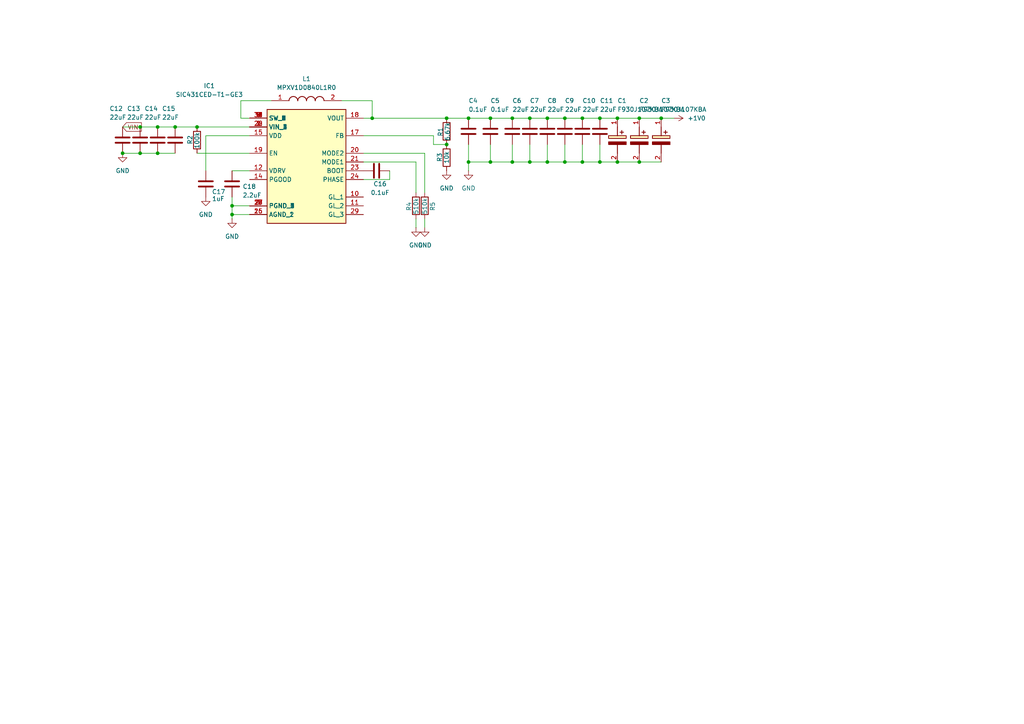
<source format=kicad_sch>
(kicad_sch (version 20250114) (generator "eeschema") (generator_version "9.0")
  (paper "A4")
  (lib_symbols
    (symbol "Device:C" (pin_numbers (hide yes)) (pin_names (offset 0.254))
      (property "Reference" "C" (at 0.635 2.54 0))
      (property "Value" "C" (at 0.635 -2.54 0))
      (symbol "C_0_1"
        (polyline (pts (xy -2.032 0.762) (xy 2.032 0.762)) (stroke (width 0.508)))
        (polyline (pts (xy -2.032 -0.762) (xy 2.032 -0.762)) (stroke (width 0.508)))
      )
      (symbol "C_1_1"
        (pin passive line (at 0 3.81 270) (length 2.794) (name "~") (number "1"))
        (pin passive line (at 0 -3.81 90) (length 2.794) (name "~") (number "2"))
      )
    )
    (symbol "Device:R" (pin_numbers (hide yes)) (pin_names (offset 0))
      (property "Reference" "R" (at 2.032 0 90))
      (property "Value" "R" (at 0 0 90))
      (symbol "R_0_1"
        (rectangle (start -1.016 -2.54) (end 1.016 2.54) (stroke (width 0.254)))
      )
      (symbol "R_1_1"
        (pin passive line (at 0 3.81 270) (length 1.27) (name "~") (number "1"))
        (pin passive line (at 0 -3.81 90) (length 1.27) (name "~") (number "2"))
      )
    )
    (symbol "power:+1V0" (power) (pin_numbers (hide yes)) (pin_names (offset 0) (hide yes))
      (property "Value" "+1V0" (at 0 3.556 0))
      (symbol "+1V0_0_1"
        (polyline (pts (xy -0.762 1.27) (xy 0 2.54)))
        (polyline (pts (xy 0 2.54) (xy 0.762 1.27)))
        (polyline (pts (xy 0 0) (xy 0 2.54)))
      )
      (symbol "+1V0_1_1"
        (pin power_in line (at 0 0 90) (length 0) (name "~") (number "1"))
      )
    )
    (symbol "power:GND" (power) (pin_numbers (hide yes)) (pin_names (offset 0) (hide yes))
      (property "Value" "GND" (at 0 -3.81 0))
      (symbol "GND_0_1"
        (polyline (pts (xy 0 0) (xy 0 -1.27) (xy 1.27 -1.27) (xy 0 -2.54) (xy -1.27 -1.27) (xy 0 -1.27)))
      )
      (symbol "GND_1_1"
        (pin power_in line (at 0 0 270) (length 0) (name "~") (number "1"))
      )
    )
    (symbol "wiiu-reg:F930J107KBA" (pin_names (hide yes))
      (property "Reference" "C" (at 8.89 6.35 0))
      (property "Value" "F930J107KBA" (at 8.89 3.81 0))
      (symbol "F930J107KBA_1_1"
        (polyline (pts (xy 2.54 0) (xy 5.08 0)) (stroke (width 0.254)))
        (polyline (pts (xy 4.064 1.778) (xy 4.064 0.762)) (stroke (width 0.254)))
        (polyline (pts (xy 4.572 1.27) (xy 3.556 1.27)) (stroke (width 0.254)))
        (rectangle (start 5.08 2.54) (end 5.842 -2.54) (stroke (width 0.254)) (fill (type background)))
        (polyline (pts (xy 7.62 2.54) (xy 7.62 -2.54) (xy 6.858 -2.54) (xy 6.858 2.54) (xy 7.62 2.54)) (stroke (width 0.254)) (fill (type outline)))
        (polyline (pts (xy 7.62 0) (xy 10.16 0)) (stroke (width 0.254)))
        (pin passive line (at 0 0 0) (length 2.54) (name "+") (number "1"))
        (pin passive line (at 12.7 0 180) (length 2.54) (name "-") (number "2"))
      )
    )
    (symbol "wiiu-reg:MPXV1D0840L1R0" (pin_names (hide yes))
      (property "Reference" "L" (at 2.54 7.112 0))
      (property "Value" "MPXV1D0840L1R0" (at 2.54 4.572 0))
      (symbol "MPXV1D0840L1R0_1_1"
        (arc (start 5.08 0) (mid 6.35 1.219) (end 7.62 0) (stroke (width 0.254)))
        (arc (start 7.62 0) (mid 8.89 1.219) (end 10.16 0) (stroke (width 0.254)))
        (arc (start 10.16 0) (mid 11.43 1.219) (end 12.7 0) (stroke (width 0.254)))
        (arc (start 12.7 0) (mid 13.97 1.219) (end 15.24 0) (stroke (width 0.254)))
        (pin passive line (at 0 0 0) (length 5.08) (name "1") (number "1"))
        (pin passive line (at 20.32 0 180) (length 5.08) (name "2") (number "2"))
      )
    )
    (symbol "wiiu-reg:SIC431CED-T1-GE3"
      (property "Reference" "IC" (at 6.604 7.62 0))
      (property "Value" "SIC431CED-T1-GE3" (at 6.604 5.08 0))
      (symbol "SIC431CED-T1-GE3_1_1"
        (rectangle (start 5.08 2.54) (end 27.94 -30.48) (stroke (width 0.254)) (fill (type background)))
        (pin passive line (at 0 0 0) (length 5.08) (name "SW_6") (number "30"))
        (pin passive line (at 0 0 0) (length 5.08) (name "SW_7") (number "31"))
        (pin passive line (at 0 0 0) (length 5.08) (name "SW_8") (number "32"))
        (pin passive line (at 0 0 0) (length 5.08) (name "SW_9") (number "33"))
        (pin passive line (at 0 0 0) (length 5.08) (name "SW_1") (number "5"))
        (pin passive line (at 0 0 0) (length 5.08) (name "SW_2") (number "6"))
        (pin passive line (at 0 0 0) (length 5.08) (name "SW_3") (number "7"))
        (pin passive line (at 0 0 0) (length 5.08) (name "SW_4") (number "8"))
        (pin passive line (at 0 0 0) (length 5.08) (name "SW_5") (number "9"))
        (pin passive line (at 0 -2.54 0) (length 5.08) (name "VIN_1") (number "1"))
        (pin passive line (at 0 -2.54 0) (length 5.08) (name "VIN_2") (number "2"))
        (pin passive line (at 0 -2.54 0) (length 5.08) (name "VIN_3") (number "22"))
        (pin passive line (at 0 -2.54 0) (length 5.08) (name "VIN_4") (number "26"))
        (pin passive line (at 0 -5.08 0) (length 5.08) (name "VDD") (number "15"))
        (pin passive line (at 0 -10.16 0) (length 5.08) (name "EN") (number "19"))
        (pin passive line (at 0 -15.24 0) (length 5.08) (name "VDRV") (number "12"))
        (pin passive line (at 0 -17.78 0) (length 5.08) (name "PGOOD") (number "14"))
        (pin passive line (at 0 -25.4 0) (length 5.08) (name "PGND_3") (number "13"))
        (pin passive line (at 0 -25.4 0) (length 5.08) (name "PGND_4") (number "27"))
        (pin passive line (at 0 -25.4 0) (length 5.08) (name "PGND_5") (number "28"))
        (pin passive line (at 0 -25.4 0) (length 5.08) (name "PGND_1") (number "3"))
        (pin passive line (at 0 -25.4 0) (length 5.08) (name "PGND_2") (number "4"))
        (pin passive line (at 0 -27.94 0) (length 5.08) (name "AGND_1") (number "16"))
        (pin passive line (at 0 -27.94 0) (length 5.08) (name "AGND_2") (number "25"))
        (pin passive line (at 33.02 0 180) (length 5.08) (name "VOUT") (number "18"))
        (pin passive line (at 33.02 -5.08 180) (length 5.08) (name "FB") (number "17"))
        (pin passive line (at 33.02 -10.16 180) (length 5.08) (name "MODE2") (number "20"))
        (pin passive line (at 33.02 -12.7 180) (length 5.08) (name "MODE1") (number "21"))
        (pin passive line (at 33.02 -15.24 180) (length 5.08) (name "BOOT") (number "23"))
        (pin passive line (at 33.02 -17.78 180) (length 5.08) (name "PHASE") (number "24"))
        (pin passive line (at 33.02 -22.86 180) (length 5.08) (name "GL_1") (number "10"))
        (pin passive line (at 33.02 -25.4 180) (length 5.08) (name "GL_2") (number "11"))
        (pin passive line (at 33.02 -27.94 180) (length 5.08) (name "GL_3") (number "29"))
      )
    )
  )
  (junction (at 191.77 34.29))
  (junction (at 173.99 34.29))
  (junction (at 129.54 34.29))
  (junction (at 129.54 41.91))
  (junction (at 40.64 44.45))
  (junction (at 35.56 44.45))
  (junction (at 185.42 46.99))
  (junction (at 107.95 34.29))
  (junction (at 185.42 34.29))
  (junction (at 153.67 34.29))
  (junction (at 179.07 34.29))
  (junction (at 153.67 46.99))
  (junction (at 168.91 46.99))
  (junction (at 45.72 36.83))
  (junction (at 168.91 34.29))
  (junction (at 67.31 62.23))
  (junction (at 173.99 46.99))
  (junction (at 57.15 36.83))
  (junction (at 135.89 34.29))
  (junction (at 45.72 44.45))
  (junction (at 158.75 46.99))
  (junction (at 142.24 34.29))
  (junction (at 67.31 59.69))
  (junction (at 179.07 46.99))
  (junction (at 50.8 36.83))
  (junction (at 148.59 46.99))
  (junction (at 158.75 34.29))
  (junction (at 40.64 36.83))
  (junction (at 135.89 46.99))
  (junction (at 142.24 46.99))
  (junction (at 148.59 34.29))
  (junction (at 163.83 34.29))
  (junction (at 163.83 46.99))
  (wire (pts (xy 125.73 39.37) (xy 125.73 41.91)))
  (wire (pts (xy 142.24 41.91) (xy 142.24 46.99)))
  (wire (pts (xy 158.75 34.29) (xy 163.83 34.29)))
  (wire (pts (xy 135.89 34.29) (xy 142.24 34.29)))
  (wire (pts (xy 57.15 36.83) (xy 72.39 36.83)))
  (wire (pts (xy 105.41 52.07) (xy 113.03 52.07)))
  (wire (pts (xy 67.31 49.53) (xy 72.39 49.53)))
  (wire (pts (xy 67.31 62.23) (xy 67.31 59.69)))
  (wire (pts (xy 72.39 39.37) (xy 59.69 39.37)))
  (wire (pts (xy 120.65 46.99) (xy 120.65 55.88)))
  (wire (pts (xy 135.89 49.53) (xy 135.89 46.99)))
  (wire (pts (xy 40.64 44.45) (xy 45.72 44.45)))
  (wire (pts (xy 113.03 52.07) (xy 113.03 49.53)))
  (wire (pts (xy 67.31 57.15) (xy 67.31 59.69)))
  (wire (pts (xy 148.59 41.91) (xy 148.59 46.99)))
  (wire (pts (xy 107.95 29.21) (xy 107.95 34.29)))
  (wire (pts (xy 153.67 34.29) (xy 158.75 34.29)))
  (wire (pts (xy 163.83 41.91) (xy 163.83 46.99)))
  (wire (pts (xy 125.73 41.91) (xy 129.54 41.91)))
  (wire (pts (xy 50.8 36.83) (xy 57.15 36.83)))
  (wire (pts (xy 45.72 44.45) (xy 50.8 44.45)))
  (wire (pts (xy 123.19 63.5) (xy 123.19 66.04)))
  (wire (pts (xy 69.85 29.21) (xy 78.74 29.21)))
  (wire (pts (xy 135.89 46.99) (xy 142.24 46.99)))
  (wire (pts (xy 67.31 59.69) (xy 72.39 59.69)))
  (wire (pts (xy 191.77 34.29) (xy 195.58 34.29)))
  (wire (pts (xy 105.41 39.37) (xy 125.73 39.37)))
  (wire (pts (xy 105.41 46.99) (xy 120.65 46.99)))
  (wire (pts (xy 148.59 34.29) (xy 153.67 34.29)))
  (wire (pts (xy 35.56 36.83) (xy 40.64 36.83)))
  (wire (pts (xy 168.91 46.99) (xy 173.99 46.99)))
  (wire (pts (xy 45.72 36.83) (xy 50.8 36.83)))
  (wire (pts (xy 99.06 29.21) (xy 107.95 29.21)))
  (wire (pts (xy 120.65 63.5) (xy 120.65 66.04)))
  (wire (pts (xy 158.75 46.99) (xy 163.83 46.99)))
  (wire (pts (xy 163.83 34.29) (xy 168.91 34.29)))
  (wire (pts (xy 173.99 41.91) (xy 173.99 46.99)))
  (wire (pts (xy 168.91 41.91) (xy 168.91 46.99)))
  (wire (pts (xy 69.85 34.29) (xy 69.85 29.21)))
  (wire (pts (xy 67.31 62.23) (xy 67.31 63.5)))
  (wire (pts (xy 148.59 46.99) (xy 153.67 46.99)))
  (wire (pts (xy 173.99 46.99) (xy 179.07 46.99)))
  (wire (pts (xy 179.07 46.99) (xy 185.42 46.99)))
  (wire (pts (xy 185.42 46.99) (xy 191.77 46.99)))
  (wire (pts (xy 107.95 34.29) (xy 129.54 34.29)))
  (wire (pts (xy 107.95 34.29) (xy 105.41 34.29)))
  (wire (pts (xy 59.69 39.37) (xy 59.69 49.53)))
  (wire (pts (xy 153.67 41.91) (xy 153.67 46.99)))
  (wire (pts (xy 185.42 34.29) (xy 191.77 34.29)))
  (wire (pts (xy 123.19 44.45) (xy 123.19 55.88)))
  (wire (pts (xy 173.99 34.29) (xy 179.07 34.29)))
  (wire (pts (xy 142.24 46.99) (xy 148.59 46.99)))
  (wire (pts (xy 40.64 36.83) (xy 45.72 36.83)))
  (wire (pts (xy 69.85 34.29) (xy 72.39 34.29)))
  (wire (pts (xy 129.54 34.29) (xy 135.89 34.29)))
  (wire (pts (xy 179.07 34.29) (xy 185.42 34.29)))
  (wire (pts (xy 168.91 34.29) (xy 173.99 34.29)))
  (wire (pts (xy 72.39 62.23) (xy 67.31 62.23)))
  (wire (pts (xy 158.75 41.91) (xy 158.75 46.99)))
  (wire (pts (xy 153.67 46.99) (xy 158.75 46.99)))
  (wire (pts (xy 57.15 44.45) (xy 72.39 44.45)))
  (wire (pts (xy 163.83 46.99) (xy 168.91 46.99)))
  (wire (pts (xy 105.41 44.45) (xy 123.19 44.45)))
  (wire (pts (xy 135.89 41.91) (xy 135.89 46.99)))
  (wire (pts (xy 35.56 44.45) (xy 40.64 44.45)))
  (wire (pts (xy 142.24 34.29) (xy 148.59 34.29)))
  (global_label "VIN" (shape input) (at 35.56 36.83 0) (property "Intersheetrefs" "${INTERSHEET_REFS}" (effects (hide yes))))
  (symbol (lib_id "Device:C") (at 45.72 40.64 0) (unit 1)
    (property "Reference" "C14" (at 41.91 31.496 0) (effects (justify left)))
    (property "Value" "22uF" (at 41.91 34.036 0) (effects (justify left)))
    (property "Footprint" "Capacitor_SMD:C_0603_1608Metric" (effects (hide yes)))
    (property "Description" "Unpolarized capacitor" (effects (hide yes)))
  )
  (symbol (lib_id "power:+1V0") (at 195.58 34.29 270) (unit 1)
    (property "Reference" "#PWR01" (effects (hide yes)))
    (property "Value" "+1V0" (at 199.39 34.2899 90) (effects (justify left)))
    (property "Description" "Power symbol creates a global label with name \"+1V0\"" (effects (hide yes)))
  )
  (symbol (lib_id "power:GND") (at 123.19 66.04 0) (unit 1)
    (property "Reference" "#PWR08" (effects (hide yes)))
    (property "Value" "GND" (at 123.19 71.12 0))
    (property "Description" "Power symbol creates a global label with name \"GND\" , ground" (effects (hide yes)))
  )
  (symbol (lib_id "power:GND") (at 59.69 57.15 0) (unit 1)
    (property "Reference" "#PWR05" (effects (hide yes)))
    (property "Value" "GND" (at 59.69 62.23 0))
    (property "Description" "Power symbol creates a global label with name \"GND\" , ground" (effects (hide yes)))
  )
  (symbol (lib_id "Device:C") (at 109.22 49.53 90) (unit 1)
    (property "Reference" "C16" (at 110.236 53.34 90))
    (property "Value" "0.1uF" (at 110.236 55.88 90))
    (property "Footprint" "Capacitor_SMD:C_0402_1005Metric" (effects (hide yes)))
    (property "Description" "Unpolarized capacitor" (effects (hide yes)))
  )
  (symbol (lib_id "Device:R") (at 129.54 45.72 0) (unit 1)
    (property "Reference" "R3" (at 127.508 46.99 90) (effects (justify left)))
    (property "Value" "10k" (at 129.54 47.498 90) (effects (justify left)))
    (property "Footprint" "Resistor_SMD:R_0402_1005Metric" (effects (hide yes)))
    (property "Description" "Resistor" (effects (hide yes)))
  )
  (symbol (lib_id "Device:C") (at 50.8 40.64 0) (unit 1)
    (property "Reference" "C15" (at 46.99 31.496 0) (effects (justify left)))
    (property "Value" "22uF" (at 46.99 34.036 0) (effects (justify left)))
    (property "Footprint" "Capacitor_SMD:C_0603_1608Metric" (effects (hide yes)))
    (property "Description" "Unpolarized capacitor" (effects (hide yes)))
  )
  (symbol (lib_id "Device:C") (at 158.75 38.1 0) (unit 1)
    (property "Reference" "C8" (at 158.75 29.21 0) (effects (justify left)))
    (property "Value" "22uF" (at 158.75 31.75 0) (effects (justify left)))
    (property "Footprint" "Capacitor_SMD:C_0603_1608Metric" (effects (hide yes)))
    (property "Description" "Unpolarized capacitor" (effects (hide yes)))
  )
  (symbol (lib_id "Device:C") (at 148.59 38.1 0) (unit 1)
    (property "Reference" "C6" (at 148.59 29.21 0) (effects (justify left)))
    (property "Value" "22uF" (at 148.59 31.75 0) (effects (justify left)))
    (property "Footprint" "Capacitor_SMD:C_0603_1608Metric" (effects (hide yes)))
    (property "Description" "Unpolarized capacitor" (effects (hide yes)))
  )
  (symbol (lib_id "Device:C") (at 135.89 38.1 0) (unit 1)
    (property "Reference" "C4" (at 135.89 29.21 0) (effects (justify left)))
    (property "Value" "0.1uF" (at 135.89 31.75 0) (effects (justify left)))
    (property "Footprint" "Capacitor_SMD:C_0402_1005Metric" (effects (hide yes)))
    (property "Description" "Unpolarized capacitor" (effects (hide yes)))
  )
  (symbol (lib_id "Device:C") (at 153.67 38.1 0) (unit 1)
    (property "Reference" "C7" (at 153.67 29.21 0) (effects (justify left)))
    (property "Value" "22uF" (at 153.67 31.75 0) (effects (justify left)))
    (property "Footprint" "Capacitor_SMD:C_0603_1608Metric" (effects (hide yes)))
    (property "Description" "Unpolarized capacitor" (effects (hide yes)))
  )
  (symbol (lib_id "Device:R") (at 123.19 59.69 0) (unit 1)
    (property "Reference" "R5" (at 125.476 61.214 90) (effects (justify left)))
    (property "Value" "510k" (at 123.19 62.23 90) (effects (justify left)))
    (property "Footprint" "Resistor_SMD:R_0402_1005Metric" (effects (hide yes)))
    (property "Description" "Resistor" (effects (hide yes)))
  )
  (symbol (lib_id "power:GND") (at 135.89 49.53 0) (unit 1)
    (property "Reference" "#PWR04" (effects (hide yes)))
    (property "Value" "GND" (at 135.89 54.61 0))
    (property "Description" "Power symbol creates a global label with name \"GND\" , ground" (effects (hide yes)))
  )
  (symbol (lib_id "Device:C") (at 59.69 53.34 0) (unit 1)
    (property "Reference" "C17" (at 61.468 55.626 0) (effects (justify left)))
    (property "Value" "1uF" (at 61.468 57.658 0) (effects (justify left)))
    (property "Footprint" "Capacitor_SMD:C_0402_1005Metric" (effects (hide yes)))
    (property "Description" "Unpolarized capacitor" (effects (hide yes)))
  )
  (symbol (lib_id "power:GND") (at 120.65 66.04 0) (unit 1)
    (property "Reference" "#PWR07" (effects (hide yes)))
    (property "Value" "GND" (at 120.65 71.12 0))
    (property "Description" "Power symbol creates a global label with name \"GND\" , ground" (effects (hide yes)))
  )
  (symbol (lib_id "wiiu-reg:SIC431CED-T1-GE3") (at 72.39 34.29 0) (unit 1)
    (property "Reference" "IC1" (at 60.706 24.892 0))
    (property "Value" "SIC431CED-T1-GE3" (at 60.706 27.432 0))
    (property "Footprint" "SIC431CEDT1GE3" (effects (hide yes)))
    (property "Datasheet" "https://www.vishay.com/docs/74589/sic431.pdf" (effects (hide yes)))
    (property "Description" "Switching Voltage Regulators microBUCK 4.5-55V; 20A" (effects (hide yes)))
    (property "Height" "0.8" (effects (hide yes)))
    (property "Mouser Part Number" "78-SIC431CED-T1-GE3" (effects (hide yes)))
    (property "Mouser Price/Stock" "https://www.mouser.co.uk/ProductDetail/Vishay-Siliconix/SIC431CED-T1-GE3?qs=w%2Fv1CP2dgqqOLTwelPFnAg%3D%3D" (effects (hide yes)))
    (property "Manufacturer_Name" "Vishay" (effects (hide yes)))
    (property "Manufacturer_Part_Number" "SIC431CED-T1-GE3" (effects (hide yes)))
  )
  (symbol (lib_id "wiiu-reg:F930J107KBA") (at 179.07 34.29 270) (unit 1)
    (property "Reference" "C1" (at 179.07 29.21 90) (effects (justify left)))
    (property "Value" "F930J107KBA" (at 179.07 31.75 90) (effects (justify left)))
    (property "Footprint" "wiiu-reg:F930J107KBA" (effects (hide yes)))
    (property "Datasheet" "http://datasheets.avx.com/F93.pdf" (effects (hide yes)))
    (property "Description" "AVX 100uF 6.3 V Tantalum Capacitor Electrolytic Solid F93 Series" (effects (hide yes)))
    (property "Height" "2.1" (effects (hide yes)))
    (property "Mouser Part Number" "647-F930J107KBA" (effects (hide yes)))
    (property "Mouser Price/Stock" "https://www.mouser.co.uk/ProductDetail/AVX/F930J107KBA/?qs=a5AWWN0nKwZJCzViS%2FKXGw%3D%3D" (effects (hide yes)))
    (property "Manufacturer_Name" "Kyocera AVX" (effects (hide yes)))
    (property "Manufacturer_Part_Number" "F930J107KBA" (effects (hide yes)))
  )
  (symbol (lib_id "Device:C") (at 67.31 53.34 0) (unit 1)
    (property "Reference" "C18" (at 70.358 54.102 0) (effects (justify left)))
    (property "Value" "2.2uF" (at 70.358 56.642 0) (effects (justify left)))
    (property "Footprint" "Capacitor_SMD:C_0402_1005Metric" (effects (hide yes)))
    (property "Description" "Unpolarized capacitor" (effects (hide yes)))
  )
  (symbol (lib_id "wiiu-reg:MPXV1D0840L1R0") (at 78.74 29.21 0) (unit 1)
    (property "Reference" "L1" (at 88.9 22.86 0))
    (property "Value" "MPXV1D0840L1R0" (at 88.9 25.4 0))
    (property "Footprint" "wiiu-reg:MPXV1D0840L1R0" (effects (hide yes)))
    (property "Datasheet" "https://content.kemet.com/datasheets/KEM_L9013_MPXV.pdf" (effects (hide yes)))
    (property "Description" "KEMET, MPXV, Power, 1 uH, 20%, 155C, -55C, 0840(3431), 20.8 A, 4.2 mOhms, 40 MHz, 1000, 8.65mm, 8.9mm, 8mm, 8.2mm, 4mm, 4mm" (effects (hide yes)))
    (property "Height" "4" (effects (hide yes)))
    (property "Manufacturer_Name" "KEMET" (effects (hide yes)))
    (property "Manufacturer_Part_Number" "MPXV1D0840L1R0" (effects (hide yes)))
  )
  (symbol (lib_id "Device:C") (at 142.24 38.1 0) (unit 1)
    (property "Reference" "C5" (at 142.24 29.21 0) (effects (justify left)))
    (property "Value" "0.1uF" (at 142.24 31.75 0) (effects (justify left)))
    (property "Footprint" "Capacitor_SMD:C_0402_1005Metric" (effects (hide yes)))
    (property "Description" "Unpolarized capacitor" (effects (hide yes)))
  )
  (symbol (lib_id "Device:C") (at 40.64 40.64 0) (unit 1)
    (property "Reference" "C13" (at 36.83 31.496 0) (effects (justify left)))
    (property "Value" "22uF" (at 36.83 34.036 0) (effects (justify left)))
    (property "Footprint" "Capacitor_SMD:C_0603_1608Metric" (effects (hide yes)))
    (property "Description" "Unpolarized capacitor" (effects (hide yes)))
  )
  (symbol (lib_id "Device:R") (at 120.65 59.69 0) (unit 1)
    (property "Reference" "R4" (at 118.618 61.214 90) (effects (justify left)))
    (property "Value" "510k" (at 120.65 62.23 90) (effects (justify left)))
    (property "Footprint" "Resistor_SMD:R_0402_1005Metric" (effects (hide yes)))
    (property "Description" "Resistor" (effects (hide yes)))
  )
  (symbol (lib_id "wiiu-reg:F930J107KBA") (at 191.77 34.29 270) (unit 1)
    (property "Reference" "C3" (at 191.77 29.21 90) (effects (justify left)))
    (property "Value" "F930J107KBA" (at 191.77 31.75 90) (effects (justify left)))
    (property "Footprint" "wiiu-reg:F930J107KBA" (effects (hide yes)))
    (property "Datasheet" "http://datasheets.avx.com/F93.pdf" (effects (hide yes)))
    (property "Description" "AVX 100uF 6.3 V Tantalum Capacitor Electrolytic Solid F93 Series" (effects (hide yes)))
    (property "Height" "2.1" (effects (hide yes)))
    (property "Mouser Part Number" "647-F930J107KBA" (effects (hide yes)))
    (property "Mouser Price/Stock" "https://www.mouser.co.uk/ProductDetail/AVX/F930J107KBA/?qs=a5AWWN0nKwZJCzViS%2FKXGw%3D%3D" (effects (hide yes)))
    (property "Manufacturer_Name" "Kyocera AVX" (effects (hide yes)))
    (property "Manufacturer_Part_Number" "F930J107KBA" (effects (hide yes)))
  )
  (symbol (lib_id "wiiu-reg:F930J107KBA") (at 185.42 34.29 270) (unit 1)
    (property "Reference" "C2" (at 185.42 29.21 90) (effects (justify left)))
    (property "Value" "F930J107KBA" (at 185.42 31.75 90) (effects (justify left)))
    (property "Footprint" "wiiu-reg:F930J107KBA" (effects (hide yes)))
    (property "Datasheet" "http://datasheets.avx.com/F93.pdf" (effects (hide yes)))
    (property "Description" "AVX 100uF 6.3 V Tantalum Capacitor Electrolytic Solid F93 Series" (effects (hide yes)))
    (property "Height" "2.1" (effects (hide yes)))
    (property "Mouser Part Number" "647-F930J107KBA" (effects (hide yes)))
    (property "Mouser Price/Stock" "https://www.mouser.co.uk/ProductDetail/AVX/F930J107KBA/?qs=a5AWWN0nKwZJCzViS%2FKXGw%3D%3D" (effects (hide yes)))
    (property "Manufacturer_Name" "Kyocera AVX" (effects (hide yes)))
    (property "Manufacturer_Part_Number" "F930J107KBA" (effects (hide yes)))
  )
  (symbol (lib_id "Device:C") (at 168.91 38.1 0) (unit 1)
    (property "Reference" "C10" (at 168.91 29.21 0) (effects (justify left)))
    (property "Value" "22uF" (at 168.91 31.75 0) (effects (justify left)))
    (property "Footprint" "Capacitor_SMD:C_0603_1608Metric" (effects (hide yes)))
    (property "Description" "Unpolarized capacitor" (effects (hide yes)))
  )
  (symbol (lib_id "power:GND") (at 67.31 63.5 0) (unit 1)
    (property "Reference" "#PWR06" (effects (hide yes)))
    (property "Value" "GND" (at 67.31 68.58 0))
    (property "Description" "Power symbol creates a global label with name \"GND\" , ground" (effects (hide yes)))
  )
  (symbol (lib_id "Device:R") (at 57.15 40.64 0) (unit 1)
    (property "Reference" "R2" (at 55.118 41.91 90) (effects (justify left)))
    (property "Value" "100k" (at 57.15 43.18 90) (effects (justify left)))
    (property "Footprint" "Resistor_SMD:R_0402_1005Metric" (effects (hide yes)))
    (property "Description" "Resistor" (effects (hide yes)))
  )
  (symbol (lib_id "Device:C") (at 173.99 38.1 0) (unit 1)
    (property "Reference" "C11" (at 173.99 29.21 0) (effects (justify left)))
    (property "Value" "22uF" (at 173.99 31.75 0) (effects (justify left)))
    (property "Footprint" "Capacitor_SMD:C_0603_1608Metric" (effects (hide yes)))
    (property "Description" "Unpolarized capacitor" (effects (hide yes)))
  )
  (symbol (lib_id "power:GND") (at 35.56 44.45 0) (unit 1)
    (property "Reference" "#PWR02" (effects (hide yes)))
    (property "Value" "GND" (at 35.56 49.53 0))
    (property "Description" "Power symbol creates a global label with name \"GND\" , ground" (effects (hide yes)))
  )
  (symbol (lib_id "Device:C") (at 35.56 40.64 0) (unit 1)
    (property "Reference" "C12" (at 31.75 31.496 0) (effects (justify left)))
    (property "Value" "22uF" (at 31.75 34.036 0) (effects (justify left)))
    (property "Footprint" "Capacitor_SMD:C_0603_1608Metric" (effects (hide yes)))
    (property "Description" "Unpolarized capacitor" (effects (hide yes)))
  )
  (symbol (lib_id "power:GND") (at 129.54 49.53 0) (unit 1)
    (property "Reference" "#PWR03" (effects (hide yes)))
    (property "Value" "GND" (at 129.54 54.61 0))
    (property "Description" "Power symbol creates a global label with name \"GND\" , ground" (effects (hide yes)))
  )
  (symbol (lib_id "Device:C") (at 163.83 38.1 0) (unit 1)
    (property "Reference" "C9" (at 163.83 29.21 0) (effects (justify left)))
    (property "Value" "22uF" (at 163.83 31.75 0) (effects (justify left)))
    (property "Footprint" "Capacitor_SMD:C_0603_1608Metric" (effects (hide yes)))
    (property "Description" "Unpolarized capacitor" (effects (hide yes)))
  )
  (symbol (lib_id "Device:R") (at 129.54 38.1 0) (unit 1)
    (property "Reference" "R1" (at 127.762 39.624 90) (effects (justify left)))
    (property "Value" "6.67k" (at 129.794 40.894 90) (effects (justify left)))
    (property "Footprint" "Resistor_SMD:R_0402_1005Metric" (effects (hide yes)))
    (property "Description" "Resistor" (effects (hide yes)))
  )
)
</source>
